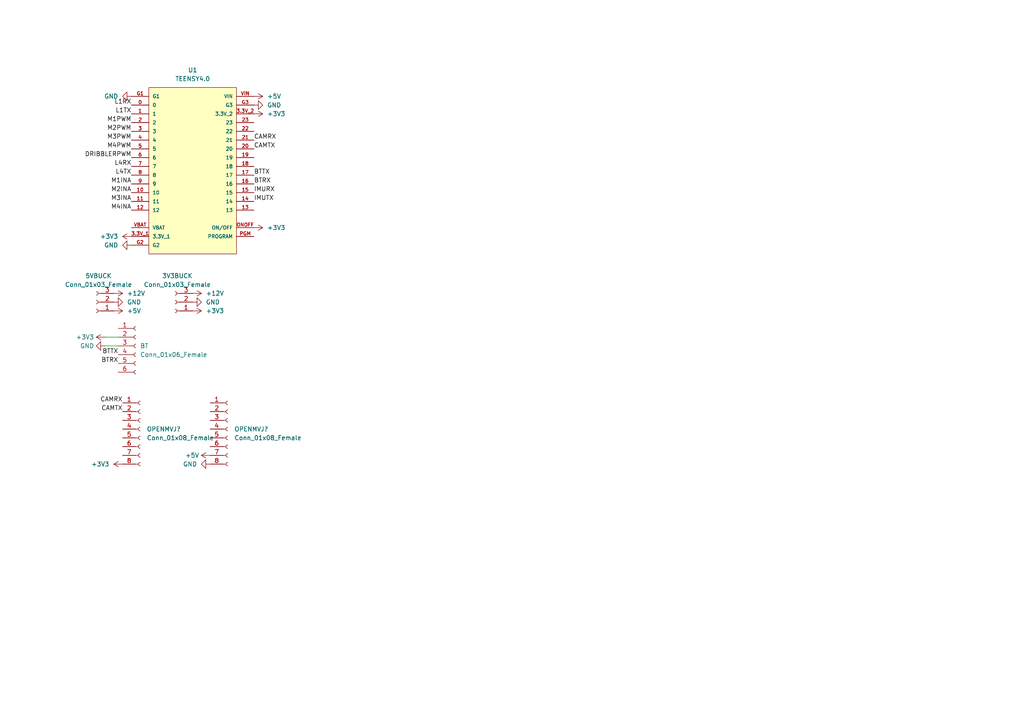
<source format=kicad_sch>
(kicad_sch (version 20211123) (generator eeschema)
  (paper "A4")
  (title_block (title "layer 2 pcb drawing") (date "2022-12-04") (rev "0.1") (company "8076 Robotics"))
  (lib_symbols
    (symbol "Connector:Conn_01x03_Female" (pin_names (offset 1.016) hide)
      (property "Reference" "J" (at 0 5.08 0))
      (property "Value" "Conn_01x03_Female" (at 0 -5.08 0))
      (symbol "Conn_01x03_Female_1_1"
        (arc (start 0 -2.032) (mid -0.508 -2.54) (end 0 -3.048) (stroke (width 0.1524)))
        (polyline (pts (xy -1.27 -2.54) (xy -0.508 -2.54)) (stroke (width 0.1524)))
        (polyline (pts (xy -1.27 0) (xy -0.508 0)) (stroke (width 0.1524)))
        (polyline (pts (xy -1.27 2.54) (xy -0.508 2.54)) (stroke (width 0.1524)))
        (arc (start 0 0.508) (mid -0.508 0) (end 0 -0.508) (stroke (width 0.1524)))
        (arc (start 0 3.048) (mid -0.508 2.54) (end 0 2.032) (stroke (width 0.1524)))
        (pin passive line (at -5.08 2.54 0) (length 3.81) (name "Pin_1") (number "1"))
        (pin passive line (at -5.08 0 0) (length 3.81) (name "Pin_2") (number "2"))
        (pin passive line (at -5.08 -2.54 0) (length 3.81) (name "Pin_3") (number "3"))
      )
    )
    (symbol "Connector:Conn_01x06_Female" (pin_names (offset 1.016) hide)
      (property "Reference" "J" (at 0 7.62 0))
      (property "Value" "Conn_01x06_Female" (at 0 -10.16 0))
      (symbol "Conn_01x06_Female_1_1"
        (arc (start 0 -7.112) (mid -0.508 -7.62) (end 0 -8.128) (stroke (width 0.1524)))
        (arc (start 0 -4.572) (mid -0.508 -5.08) (end 0 -5.588) (stroke (width 0.1524)))
        (arc (start 0 -2.032) (mid -0.508 -2.54) (end 0 -3.048) (stroke (width 0.1524)))
        (polyline (pts (xy -1.27 -7.62) (xy -0.508 -7.62)) (stroke (width 0.1524)))
        (polyline (pts (xy -1.27 -5.08) (xy -0.508 -5.08)) (stroke (width 0.1524)))
        (polyline (pts (xy -1.27 -2.54) (xy -0.508 -2.54)) (stroke (width 0.1524)))
        (polyline (pts (xy -1.27 0) (xy -0.508 0)) (stroke (width 0.1524)))
        (polyline (pts (xy -1.27 2.54) (xy -0.508 2.54)) (stroke (width 0.1524)))
        (polyline (pts (xy -1.27 5.08) (xy -0.508 5.08)) (stroke (width 0.1524)))
        (arc (start 0 0.508) (mid -0.508 0) (end 0 -0.508) (stroke (width 0.1524)))
        (arc (start 0 3.048) (mid -0.508 2.54) (end 0 2.032) (stroke (width 0.1524)))
        (arc (start 0 5.588) (mid -0.508 5.08) (end 0 4.572) (stroke (width 0.1524)))
        (pin passive line (at -5.08 5.08 0) (length 3.81) (name "Pin_1") (number "1"))
        (pin passive line (at -5.08 2.54 0) (length 3.81) (name "Pin_2") (number "2"))
        (pin passive line (at -5.08 0 0) (length 3.81) (name "Pin_3") (number "3"))
        (pin passive line (at -5.08 -2.54 0) (length 3.81) (name "Pin_4") (number "4"))
        (pin passive line (at -5.08 -5.08 0) (length 3.81) (name "Pin_5") (number "5"))
        (pin passive line (at -5.08 -7.62 0) (length 3.81) (name "Pin_6") (number "6"))
      )
    )
    (symbol "Connector:Conn_01x08_Female" (pin_names (offset 1.016) hide)
      (property "Reference" "J" (at 0 10.16 0))
      (property "Value" "Conn_01x08_Female" (at 0 -12.7 0))
      (symbol "Conn_01x08_Female_1_1"
        (arc (start 0 -9.652) (mid -0.508 -10.16) (end 0 -10.668) (stroke (width 0.1524)))
        (arc (start 0 -7.112) (mid -0.508 -7.62) (end 0 -8.128) (stroke (width 0.1524)))
        (arc (start 0 -4.572) (mid -0.508 -5.08) (end 0 -5.588) (stroke (width 0.1524)))
        (arc (start 0 -2.032) (mid -0.508 -2.54) (end 0 -3.048) (stroke (width 0.1524)))
        (polyline (pts (xy -1.27 -10.16) (xy -0.508 -10.16)) (stroke (width 0.1524)))
        (polyline (pts (xy -1.27 -7.62) (xy -0.508 -7.62)) (stroke (width 0.1524)))
        (polyline (pts (xy -1.27 -5.08) (xy -0.508 -5.08)) (stroke (width 0.1524)))
        (polyline (pts (xy -1.27 -2.54) (xy -0.508 -2.54)) (stroke (width 0.1524)))
        (polyline (pts (xy -1.27 0) (xy -0.508 0)) (stroke (width 0.1524)))
        (polyline (pts (xy -1.27 2.54) (xy -0.508 2.54)) (stroke (width 0.1524)))
        (polyline (pts (xy -1.27 5.08) (xy -0.508 5.08)) (stroke (width 0.1524)))
        (polyline (pts (xy -1.27 7.62) (xy -0.508 7.62)) (stroke (width 0.1524)))
        (arc (start 0 0.508) (mid -0.508 0) (end 0 -0.508) (stroke (width 0.1524)))
        (arc (start 0 3.048) (mid -0.508 2.54) (end 0 2.032) (stroke (width 0.1524)))
        (arc (start 0 5.588) (mid -0.508 5.08) (end 0 4.572) (stroke (width 0.1524)))
        (arc (start 0 8.128) (mid -0.508 7.62) (end 0 7.112) (stroke (width 0.1524)))
        (pin passive line (at -5.08 7.62 0) (length 3.81) (name "Pin_1") (number "1"))
        (pin passive line (at -5.08 5.08 0) (length 3.81) (name "Pin_2") (number "2"))
        (pin passive line (at -5.08 2.54 0) (length 3.81) (name "Pin_3") (number "3"))
        (pin passive line (at -5.08 0 0) (length 3.81) (name "Pin_4") (number "4"))
        (pin passive line (at -5.08 -2.54 0) (length 3.81) (name "Pin_5") (number "5"))
        (pin passive line (at -5.08 -5.08 0) (length 3.81) (name "Pin_6") (number "6"))
        (pin passive line (at -5.08 -7.62 0) (length 3.81) (name "Pin_7") (number "7"))
        (pin passive line (at -5.08 -10.16 0) (length 3.81) (name "Pin_8") (number "8"))
      )
    )
    (symbol "DEV-15583:DEV-15583" (pin_names (offset 1.016))
      (property "Reference" "U" (at -12.7 23.622 0))
      (property "Value" "DEV-15583" (at -12.7 -27.94 0))
      (symbol "DEV-15583_0_0"
        (rectangle (start -12.7 -25.4) (end 12.7 22.86) (stroke (width 0.1524)) (fill (type background)))
        (pin bidirectional line (at -17.78 17.78 0) (length 5.08) (name "0") (number "0"))
        (pin bidirectional line (at -17.78 15.24 0) (length 5.08) (name "1") (number "1"))
        (pin bidirectional line (at -17.78 -7.62 0) (length 5.08) (name "10") (number "10"))
        (pin bidirectional line (at -17.78 -10.16 0) (length 5.08) (name "11") (number "11"))
        (pin bidirectional line (at -17.78 -12.7 0) (length 5.08) (name "12") (number "12"))
        (pin bidirectional line (at 17.78 -12.7 180) (length 5.08) (name "13") (number "13"))
        (pin bidirectional line (at 17.78 -10.16 180) (length 5.08) (name "14") (number "14"))
        (pin bidirectional line (at 17.78 -7.62 180) (length 5.08) (name "15") (number "15"))
        (pin bidirectional line (at 17.78 -5.08 180) (length 5.08) (name "16") (number "16"))
        (pin bidirectional line (at 17.78 -2.54 180) (length 5.08) (name "17") (number "17"))
        (pin bidirectional line (at 17.78 0 180) (length 5.08) (name "18") (number "18"))
        (pin bidirectional line (at 17.78 2.54 180) (length 5.08) (name "19") (number "19"))
        (pin bidirectional line (at -17.78 12.7 0) (length 5.08) (name "2") (number "2"))
        (pin bidirectional line (at 17.78 5.08 180) (length 5.08) (name "20") (number "20"))
        (pin bidirectional line (at 17.78 7.62 180) (length 5.08) (name "21") (number "21"))
        (pin bidirectional line (at 17.78 10.16 180) (length 5.08) (name "22") (number "22"))
        (pin bidirectional line (at 17.78 12.7 180) (length 5.08) (name "23") (number "23"))
        (pin bidirectional line (at -17.78 10.16 0) (length 5.08) (name "3") (number "3"))
        (pin power_in line (at -17.78 -20.32 0) (length 5.08) (name "3.3V_1") (number "3.3V_1"))
        (pin power_in line (at 17.78 15.24 180) (length 5.08) (name "3.3V_2") (number "3.3V_2"))
        (pin bidirectional line (at -17.78 7.62 0) (length 5.08) (name "4") (number "4"))
        (pin bidirectional line (at -17.78 5.08 0) (length 5.08) (name "5") (number "5"))
        (pin bidirectional line (at -17.78 2.54 0) (length 5.08) (name "6") (number "6"))
        (pin bidirectional line (at -17.78 0 0) (length 5.08) (name "7") (number "7"))
        (pin bidirectional line (at -17.78 -2.54 0) (length 5.08) (name "8") (number "8"))
        (pin bidirectional line (at -17.78 -5.08 0) (length 5.08) (name "9") (number "9"))
        (pin power_in line (at -17.78 20.32 0) (length 5.08) (name "G1") (number "G1"))
        (pin power_in line (at -17.78 -22.86 0) (length 5.08) (name "G2") (number "G2"))
        (pin power_in line (at 17.78 17.78 180) (length 5.08) (name "G3") (number "G3"))
        (pin bidirectional line (at 17.78 -17.78 180) (length 5.08) (name "ON/OFF") (number "ONOFF"))
        (pin bidirectional line (at 17.78 -20.32 180) (length 5.08) (name "PROGRAM") (number "PGM"))
        (pin power_in line (at -17.78 -17.78 0) (length 5.08) (name "VBAT") (number "VBAT"))
        (pin power_in line (at 17.78 20.32 180) (length 5.08) (name "VIN") (number "VIN"))
      )
    )
    (symbol "power:+12V" (power) (pin_names (offset 0))
      (property "Value" "+12V" (at 0 3.556 0))
      (symbol "+12V_0_1"
        (polyline (pts (xy -0.762 1.27) (xy 0 2.54)))
        (polyline (pts (xy 0 0) (xy 0 2.54)))
        (polyline (pts (xy 0 2.54) (xy 0.762 1.27)))
      )
      (symbol "+12V_1_1"
        (pin power_in line (at 0 0 90) (length 0) hide (name "+12V") (number "1"))
      )
    )
    (symbol "power:+3V3" (power) (pin_names (offset 0))
      (property "Value" "+3V3" (at 0 3.556 0))
      (symbol "+3V3_0_1"
        (polyline (pts (xy -0.762 1.27) (xy 0 2.54)))
        (polyline (pts (xy 0 0) (xy 0 2.54)))
        (polyline (pts (xy 0 2.54) (xy 0.762 1.27)))
      )
      (symbol "+3V3_1_1"
        (pin power_in line (at 0 0 90) (length 0) hide (name "+3V3") (number "1"))
      )
    )
    (symbol "power:+5V" (power) (pin_names (offset 0))
      (property "Value" "+5V" (at 0 3.556 0))
      (symbol "+5V_0_1"
        (polyline (pts (xy -0.762 1.27) (xy 0 2.54)))
        (polyline (pts (xy 0 0) (xy 0 2.54)))
        (polyline (pts (xy 0 2.54) (xy 0.762 1.27)))
      )
      (symbol "+5V_1_1"
        (pin power_in line (at 0 0 90) (length 0) hide (name "+5V") (number "1"))
      )
    )
    (symbol "power:GND" (power) (pin_names (offset 0))
      (property "Value" "GND" (at 0 -3.81 0))
      (symbol "GND_0_1"
        (polyline (pts (xy 0 0) (xy 0 -1.27) (xy 1.27 -1.27) (xy 0 -2.54) (xy -1.27 -1.27) (xy 0 -1.27)))
      )
      (symbol "GND_1_1"
        (pin power_in line (at 0 0 270) (length 0) hide (name "GND") (number "1"))
      )
    )
  )
  (wire (pts (xy 30.48 97.79) (xy 34.29 97.79)))
  (wire (pts (xy 30.48 100.33) (xy 34.29 100.33)))
  (label "M1INA" (at 38.1 53.34 180))
  (label "M2INA" (at 38.1 55.88 180))
  (label "M4PWM" (at 38.1 43.18 180))
  (label "BTRX" (at 73.66 53.34 0))
  (label "DRIBBLERPWM" (at 38.1 45.72 180))
  (label "L1RX" (at 38.1 30.48 180))
  (label "M4INA" (at 38.1 60.96 180))
  (label "CAMRX" (at 35.56 116.84 180))
  (label "IMUTX" (at 73.66 58.42 0))
  (label "M3INA" (at 38.1 58.42 180))
  (label "L4TX" (at 38.1 50.8 180))
  (label "CAMTX" (at 73.66 43.18 0))
  (label "CAMTX" (at 35.56 119.38 180))
  (label "L1TX" (at 38.1 33.02 180))
  (label "BTTX" (at 73.66 50.8 0))
  (label "BTRX" (at 34.29 105.41 180))
  (label "M2PWM" (at 38.1 38.1 180))
  (label "CAMRX" (at 73.66 40.64 0))
  (label "M3PWM" (at 38.1 40.64 180))
  (label "M1PWM" (at 38.1 35.56 180))
  (label "BTTX" (at 34.29 102.87 180))
  (label "L4RX" (at 38.1 48.26 180))
  (label "IMURX" (at 73.66 55.88 0))
  (symbol (lib_id "Connector:Conn_01x06_Female") (at 39.37 100.33 0) (unit 1)
    (property "Reference" "BT" (at 40.64 100.3299 0) (effects (justify left)))
    (property "Value" "Conn_01x06_Female" (at 40.64 102.8699 0) (effects (justify left)))
  )
  (symbol (lib_id "power:+3V3") (at 38.1 68.58 90) (unit 1)
    (property "Reference" "#PWR?" (effects hide))
    (property "Value" "+3V3" (at 34.29 68.5799 90) (effects (justify left)))
  )
  (symbol (lib_id "power:+3V3") (at 55.88 90.17 270) (unit 1)
    (property "Reference" "#PWR?" (effects hide))
    (property "Value" "+3V3" (at 59.69 90.1699 90) (effects (justify left)))
  )
  (symbol (lib_id "power:+3V3") (at 73.66 66.04 270) (unit 1)
    (property "Reference" "#PWR?" (effects hide))
    (property "Value" "+3V3" (at 77.47 66.0401 90) (effects (justify left)))
  )
  (symbol (lib_id "power:GND") (at 38.1 27.94 270) (unit 1)
    (property "Reference" "#PWR?" (effects hide))
    (property "Value" "GND" (at 34.29 27.9399 90) (effects (justify right)))
  )
  (symbol (lib_id "power:+12V") (at 55.88 85.09 270) (unit 1)
    (property "Reference" "#PWR?" (effects hide))
    (property "Value" "+12V" (at 59.69 85.0899 90) (effects (justify left)))
  )
  (symbol (lib_id "power:GND") (at 73.66 30.48 90) (unit 1)
    (property "Reference" "#PWR?" (effects hide))
    (property "Value" "GND" (at 77.47 30.4801 90) (effects (justify right)))
  )
  (symbol (lib_id "power:GND") (at 30.48 100.33 270) (unit 1)
    (property "Reference" "#PWR?" (effects hide))
    (property "Value" "GND" (at 27.305 100.3299 90) (effects (justify right)))
  )
  (symbol (lib_id "power:GND") (at 33.02 87.63 90) (unit 1)
    (property "Reference" "#PWR?" (effects hide))
    (property "Value" "GND" (at 36.83 87.6299 90) (effects (justify right)))
  )
  (symbol (lib_id "power:+3V3") (at 73.66 33.02 270) (unit 1)
    (property "Reference" "#PWR?" (effects hide))
    (property "Value" "+3V3" (at 77.47 33.0201 90) (effects (justify left)))
  )
  (symbol (lib_id "power:+3V3") (at 35.56 134.62 90) (unit 1)
    (property "Reference" "#PWR?" (effects hide))
    (property "Value" "+3V3" (at 31.75 134.6199 90) (effects (justify left)))
  )
  (symbol (lib_id "DEV-15583:DEV-15583") (at 55.88 48.26 0) (unit 1)
    (property "Reference" "U1" (at 55.88 20.32 0))
    (property "Value" "TEENSY4.0" (at 55.88 22.86 0))
    (property "Footprint" "teensy:Teensy40" (effects hide))
    (property "MAXIMUM_PACKAGE_HEIGHT" "5.87mm" (effects hide))
    (property "STANDARD" "Manufacturer Recommendations" (effects hide))
    (property "MANUFACTURER" "Sparkfun" (effects hide))
  )
  (symbol (lib_id "power:GND") (at 55.88 87.63 90) (unit 1)
    (property "Reference" "#PWR?" (effects hide))
    (property "Value" "GND" (at 59.69 87.6299 90) (effects (justify right)))
  )
  (symbol (lib_id "power:GND") (at 38.1 71.12 270) (unit 1)
    (property "Reference" "#PWR?" (effects hide))
    (property "Value" "GND" (at 34.29 71.1199 90) (effects (justify right)))
  )
  (symbol (lib_id "power:GND") (at 60.96 134.62 270) (unit 1)
    (property "Reference" "#PWR?" (effects hide))
    (property "Value" "GND" (at 57.15 134.6199 90) (effects (justify right)))
  )
  (symbol (lib_id "Connector:Conn_01x08_Female") (at 40.64 124.46 0) (unit 1)
    (property "Reference" "OPENMVJ?" (at 42.545 124.4599 0) (effects (justify left)))
    (property "Value" "Conn_01x08_Female" (at 42.545 126.9999 0) (effects (justify left)))
    (property "Footprint" "Connectors:1X08_FEMALE_LOCK" (effects hide))
  )
  (symbol (lib_id "power:+5V") (at 60.96 132.08 90) (unit 1)
    (property "Reference" "#PWR?" (effects hide))
    (property "Value" "+5V" (at 57.785 132.0799 90) (effects (justify left)))
  )
  (symbol (lib_id "power:+3V3") (at 30.48 97.79 90) (unit 1)
    (property "Reference" "#PWR?" (effects hide))
    (property "Value" "+3V3" (at 27.305 97.7899 90) (effects (justify left)))
  )
  (symbol (lib_id "Connector:Conn_01x03_Female") (at 50.8 87.63 180) (unit 1)
    (property "Reference" "3V3BUCK" (at 51.435 80.01 0))
    (property "Value" "Conn_01x03_Female" (at 51.435 82.55 0))
    (property "Footprint" "Connectors:1X03_LOCK" (effects hide))
  )
  (symbol (lib_id "Connector:Conn_01x03_Female") (at 27.94 87.63 180) (unit 1)
    (property "Reference" "5VBUCK" (at 28.575 80.01 0))
    (property "Value" "Conn_01x03_Female" (at 28.575 82.55 0))
    (property "Footprint" "Connectors:1X03_LOCK" (effects hide))
  )
  (symbol (lib_id "Connector:Conn_01x08_Female") (at 66.04 124.46 0) (unit 1)
    (property "Reference" "OPENMVJ?" (at 67.945 124.4599 0) (effects (justify left)))
    (property "Value" "Conn_01x08_Female" (at 67.945 126.9999 0) (effects (justify left)))
    (property "Footprint" "Connectors:1X08_FEMALE_LOCK" (effects hide))
  )
  (symbol (lib_id "power:+12V") (at 33.02 85.09 270) (unit 1)
    (property "Reference" "#PWR?" (effects hide))
    (property "Value" "+12V" (at 36.83 85.0899 90) (effects (justify left)))
  )
  (symbol (lib_id "power:+5V") (at 33.02 90.17 270) (unit 1)
    (property "Reference" "#PWR?" (effects hide))
    (property "Value" "+5V" (at 36.83 90.1699 90) (effects (justify left)))
  )
  (symbol (lib_id "power:+5V") (at 73.66 27.94 270) (unit 1)
    (property "Reference" "#PWR?" (effects hide))
    (property "Value" "+5V" (at 77.47 27.9399 90) (effects (justify left)))
  )
)
</source>
